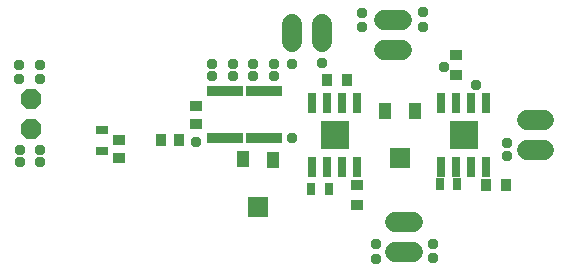
<source format=gbr>
G04 EAGLE Gerber RS-274X export*
G75*
%MOMM*%
%FSLAX34Y34*%
%LPD*%
%INSoldermask Top*%
%IPPOS*%
%AMOC8*
5,1,8,0,0,1.08239X$1,22.5*%
G01*
%ADD10R,1.016000X0.965200*%
%ADD11R,0.965200X1.016000*%
%ADD12R,0.703200X1.016000*%
%ADD13R,0.762000X1.663700*%
%ADD14R,2.489200X2.489200*%
%ADD15P,1.852186X8X202.500000*%
%ADD16R,0.990600X1.397000*%
%ADD17R,1.778000X1.727200*%
%ADD18R,1.092200X0.762000*%
%ADD19R,1.003200X0.858800*%
%ADD20R,0.858800X1.003200*%
%ADD21C,1.711200*%
%ADD22R,3.048000X0.965200*%
%ADD23C,0.959600*%


D10*
X278000Y784253D03*
X278000Y799747D03*
D11*
X247853Y770700D03*
X263347Y770700D03*
D10*
X212100Y755453D03*
X212100Y770947D03*
D12*
X390100Y729500D03*
X375100Y729500D03*
X499000Y733500D03*
X484000Y733500D03*
D13*
X376150Y747759D03*
X388850Y747759D03*
X401550Y747759D03*
X414250Y747759D03*
X414250Y802242D03*
X401550Y802242D03*
X388850Y802242D03*
X376150Y802242D03*
D14*
X395200Y775000D03*
D13*
X485250Y747759D03*
X497950Y747759D03*
X510650Y747759D03*
X523350Y747759D03*
X523350Y802242D03*
X510650Y802242D03*
X497950Y802242D03*
X485250Y802242D03*
D14*
X504300Y775000D03*
D15*
X137700Y805000D03*
X137700Y779600D03*
D16*
X462700Y794812D03*
D17*
X450000Y755188D03*
D16*
X437300Y795320D03*
X342700Y753812D03*
D17*
X330000Y714188D03*
D16*
X317300Y754320D03*
D18*
X198000Y779471D03*
X198000Y760929D03*
D19*
X414000Y732278D03*
X414000Y715722D03*
D20*
X388822Y821500D03*
X405378Y821500D03*
D19*
X498000Y825722D03*
X498000Y842278D03*
D20*
X523322Y732400D03*
X539878Y732400D03*
D21*
X452140Y846900D02*
X437060Y846900D01*
X437060Y872300D02*
X452140Y872300D01*
X446460Y701000D02*
X461540Y701000D01*
X461540Y675600D02*
X446460Y675600D01*
X359300Y853460D02*
X359300Y868540D01*
X384700Y868540D02*
X384700Y853460D01*
X557660Y787900D02*
X572740Y787900D01*
X572740Y762500D02*
X557660Y762500D01*
D22*
X302000Y811812D03*
X302000Y772188D03*
X335000Y811812D03*
X335000Y772188D03*
D23*
X146000Y822000D03*
X128000Y822000D03*
X128000Y834000D03*
X146000Y834000D03*
X344000Y825000D03*
X326000Y825000D03*
X309000Y825000D03*
X291000Y825000D03*
X291000Y835000D03*
X309000Y835000D03*
X326000Y835000D03*
X344000Y835000D03*
X359000Y835000D03*
X129000Y762000D03*
X146000Y762000D03*
X129000Y752000D03*
X146000Y752000D03*
X359000Y772000D03*
X278000Y769000D03*
X541000Y768000D03*
X541000Y757000D03*
X478000Y683000D03*
X478000Y671000D03*
X430000Y683000D03*
X430000Y670000D03*
X418000Y878000D03*
X418000Y866000D03*
X470000Y879000D03*
X470000Y866000D03*
X384000Y836000D03*
X487500Y832300D03*
X515000Y817000D03*
M02*

</source>
